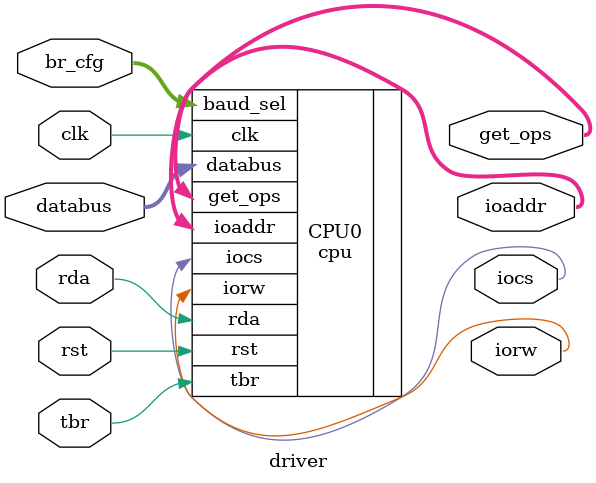
<source format=v>
/* Driver
 * The "driver" is a simple interface to the CPU-FSM module
 */
module driver(
    input clk,
    input rst,
    input [1:0] br_cfg,
    output iocs,
    output iorw,
    input rda,
    input tbr,
    output [1:0] ioaddr,
    inout [7:0] databus,
	 output [4:0] get_ops
    );

	// Instantiate CPU to harness
	cpu CPU0(	.clk(clk),
			.rst(rst),
			.iocs(iocs),
			.iorw(iorw),
			.baud_sel(br_cfg),
			.rda(rda),
			.tbr(tbr),
			.ioaddr(ioaddr),
			.databus(databus),
			.get_ops(get_ops));

endmodule

</source>
